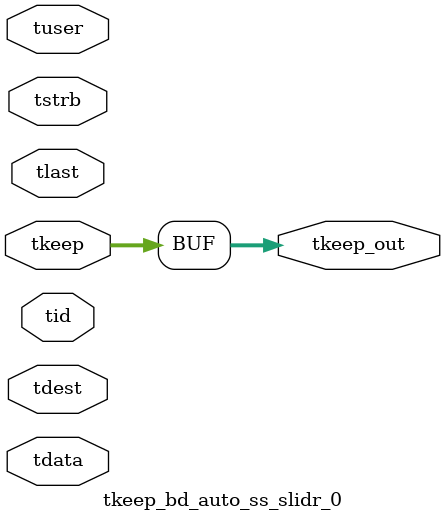
<source format=v>


`timescale 1ps/1ps

module tkeep_bd_auto_ss_slidr_0 #
(
parameter C_S_AXIS_TDATA_WIDTH = 32,
parameter C_S_AXIS_TUSER_WIDTH = 0,
parameter C_S_AXIS_TID_WIDTH   = 0,
parameter C_S_AXIS_TDEST_WIDTH = 0,
parameter C_M_AXIS_TDATA_WIDTH = 32
)
(
input  [(C_S_AXIS_TDATA_WIDTH == 0 ? 1 : C_S_AXIS_TDATA_WIDTH)-1:0     ] tdata,
input  [(C_S_AXIS_TUSER_WIDTH == 0 ? 1 : C_S_AXIS_TUSER_WIDTH)-1:0     ] tuser,
input  [(C_S_AXIS_TID_WIDTH   == 0 ? 1 : C_S_AXIS_TID_WIDTH)-1:0       ] tid,
input  [(C_S_AXIS_TDEST_WIDTH == 0 ? 1 : C_S_AXIS_TDEST_WIDTH)-1:0     ] tdest,
input  [(C_S_AXIS_TDATA_WIDTH/8)-1:0 ] tkeep,
input  [(C_S_AXIS_TDATA_WIDTH/8)-1:0 ] tstrb,
input                                                                    tlast,
output [(C_M_AXIS_TDATA_WIDTH/8)-1:0 ] tkeep_out
);

assign tkeep_out = {tkeep[3:0]};

endmodule


</source>
